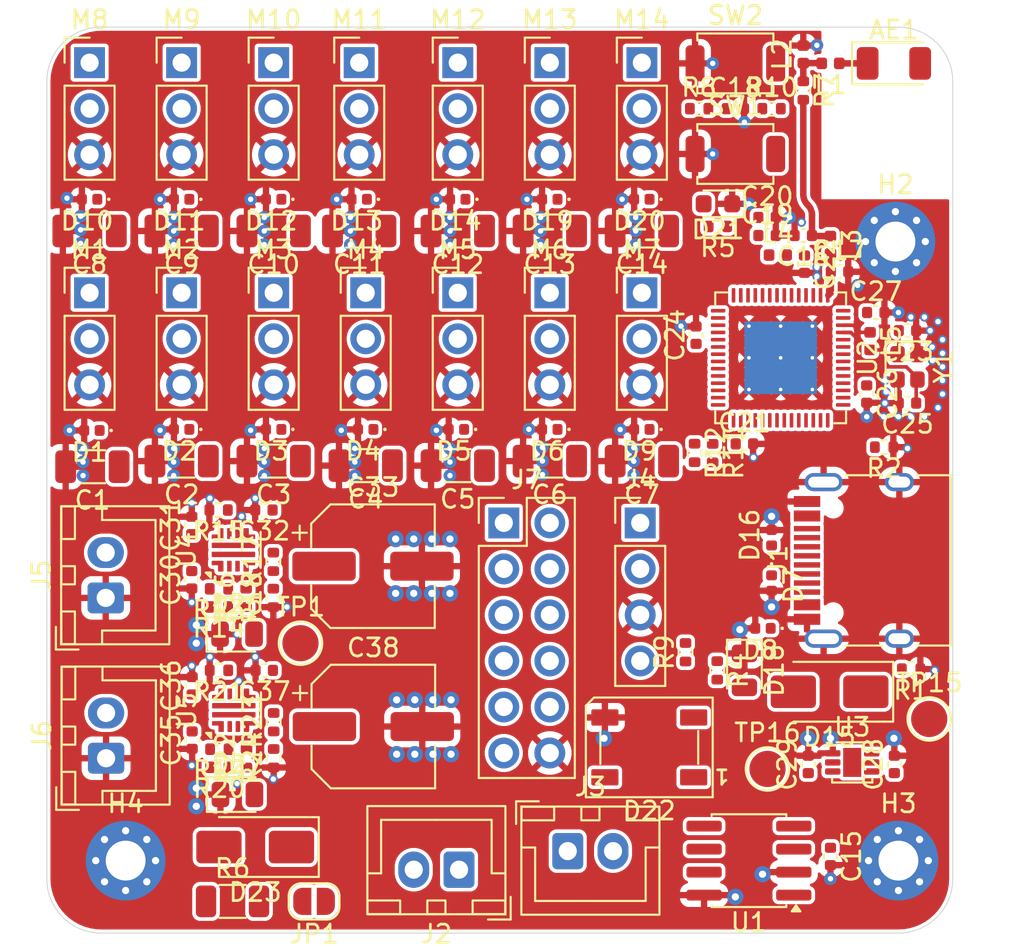
<source format=kicad_pcb>
(kicad_pcb (version 20241229) (generator "pcbnew") (generator_version "9.0")
  (layers (0 "F.Cu" signal) (4 "In1.Cu" signal) (6 "In2.Cu" signal) (2 "B.Cu" signal) (13 "F.Paste" user) (15 "B.Paste" user) (5 "F.SilkS" user "F.Silkscreen") (7 "B.SilkS" user "B.Silkscreen") (1 "F.Mask" user) (3 "B.Mask" user) (25 "Edge.Cuts" user))
  (net 0 "")
  (net 1 "/RF_ANT")
  (net 2 "GND")
  (net 3 "+3V3")
  (net 4 "/RF_TRANS")
  (net 5 "/RF_ESP")
  (net 6 "/CHIP_PU")
  (net 7 "/VDD_SPI")
  (net 8 "VDD3P3")
  (net 9 "/XTAL_PL")
  (net 10 "/XTAL_N")
  (net 11 "+5V_MCU")
  (net 12 "Net-(J5-Pin_2)")
  (net 13 "Net-(U4-ITIMER)")
  (net 14 "Net-(U4-DVDT)")
  (net 15 "Net-(J6-Pin_2)")
  (net 16 "Net-(U5-ITIMER)")
  (net 17 "Net-(U5-DVDT)")
  (net 18 "/D-")
  (net 19 "+Vbus")
  (net 20 "/D+")
  (net 21 "Net-(D18-A)")
  (net 22 "Net-(D21-A)")
  (net 23 "/RGB")
  (net 25 "/PG_B")
  (net 26 "/PG_A")
  (net 27 "Net-(J1-CC2)")
  (net 28 "Net-(J1-CC1)")
  (net 29 "/CANL")
  (net 30 "/CANH")
  (net 31 "/U0RXD")
  (net 32 "Net-(J4-Pin_4)")
  (net 33 "Net-(JP1-B)")
  (net 34 "Net-(L1-Pad2)")
  (net 35 "/XTAL_P")
  (net 36 "/SERVO1")
  (net 37 "/SERVO2")
  (net 38 "/SERVO3")
  (net 39 "/SERVO4")
  (net 40 "/SERVO5")
  (net 41 "/SERVO6")
  (net 42 "/SERVO7")
  (net 43 "/SERVO8")
  (net 44 "/SERVO9")
  (net 45 "/SERVO10")
  (net 46 "/SERVO11")
  (net 47 "/SERVO12")
  (net 48 "/SERVO13")
  (net 49 "/SERVO14")
  (net 50 "/U0TXD")
  (net 51 "/BOOT")
  (net 52 "/ESP_D+")
  (net 53 "/ESP_D-")
  (net 54 "Net-(U4-EN{slash}UVLO)")
  (net 55 "/ILM_B")
  (net 56 "Net-(U4-PGTH)")
  (net 57 "Net-(U5-EN{slash}UVLO)")
  (net 58 "/ILM_A")
  (net 59 "Net-(U5-PGTH)")
  (net 60 "/CAN_RX")
  (net 61 "/CAN_TX")
  (net 73 "+5V")
  (net 74 "/GPIO33")
  (net 75 "/GPIO41")
  (net 76 "/GPIO37")
  (net 77 "/GPIO40")
  (net 78 "/GPIO38")
  (net 79 "/GPIO34")
  (net 80 "/GPIO47")
  (net 81 "/GPIO36")
  (net 82 "/GPIO39")
  (net 83 "/GPIO48")
  (net 84 "/GPIO35")
  (footprint "Capacitor_SMD:C_0402_1005Metric" (layer "F.Cu") (at 127.25 104.77 -90)
    (property "Reference" "C15")
    (property "Value" "0u1")
  )
  (footprint "Connector_PinHeader_2.54mm:PinHeader_1x03_P2.54mm_Vertical" (layer "F.Cu") (at 101.241574 60.96)
    (property "Reference" "M11")
    (property "Value" "Motor_Servo")
  )
  (footprint "Capacitor_SMD:C_1206_3216Metric" (layer "F.Cu") (at 96.52 70.25 180)
    (property "Reference" "C10")
    (property "Value" "47u")
  )
  (footprint "Connector_PinHeader_2.54mm:PinHeader_2x06_P2.54mm_Vertical" (layer "F.Cu") (at 109.22 86.36)
    (property "Reference" "J7")
    (property "Value" "Conn_01x12")
  )
  (footprint "Capacitor_SMD:C_0402_1005Metric" (layer "F.Cu") (at 92 89.5 90)
    (property "Reference" "C30")
    (property "Value" "1u")
  )
  (footprint "Connector_JST:JST_XH_B2B-XH-A_1x02_P2.50mm_Vertical" (layer "F.Cu") (at 87.27 99.35 90)
    (property "Reference" "J6")
    (property "Value" "Conn_01x02")
  )
  (footprint "TestPoint:TestPoint_Pad_D2.0mm" (layer "F.Cu") (at 132.7 97.18)
    (property "Reference" "TP15")
    (property "Value" "TestPoint")
  )
  (footprint "GLCS:Diode_DFN1006" (layer "F.Cu") (at 123.525 92.18 180)
    (property "Reference" "D8")
    (property "Value" "H5VU10U")
  )
  (footprint "TestPoint:TestPoint_Pad_D2.0mm" (layer "F.Cu") (at 123.775 99.94)
    (property "Reference" "TP16")
    (property "Value" "TestPoint")
  )
  (footprint "LED_SMD:LED_0805_2012Metric" (layer "F.Cu") (at 122.5 94.5 -90)
    (property "Reference" "D18")
    (property "Value" "GREEN")
  )
  (footprint "Resistor_SMD:R_0402_1005Metric" (layer "F.Cu") (at 120 63.5)
    (property "Reference" "R8")
    (property "Value" "10k")
  )
  (footprint "Capacitor_SMD:C_0402_1005Metric" (layer "F.Cu") (at 119.83 76 90)
    (property "Reference" "C24")
    (property "Value" "0u1")
  )
  (footprint "Capacitor_SMD:C_0402_1005Metric" (layer "F.Cu") (at 126.025 99.69 90)
    (property "Reference" "C29")
    (property "Value" "4u7")
  )
  (footprint "Package_SO:SOIC-8_3.9x4.9mm_P1.27mm" (layer "F.Cu") (at 122.75 105 180)
    (property "Reference" "U1")
    (property "Value" "SN65HVD230")
  )
  (footprint "Capacitor_SMD:C_0402_1005Metric" (layer "F.Cu") (at 131.5 79.75 180)
    (property "Reference" "C25")
    (property "Value" "12p")
  )
  (footprint "GLCS:Diode_DFN1006" (layer "F.Cu") (at 106.68 68.5 180)
    (property "Reference" "D14")
    (property "Value" "H5VU10U")
  )
  (footprint "Crystal:Crystal_SMD_2016-4Pin_2.0x1.6mm" (layer "F.Cu") (at 131.5 77.75 -90)
    (property "Reference" "Y1")
    (property "Value" "48M")
  )
  (footprint "Resistor_SMD:R_0402_1005Metric" (layer "F.Cu") (at 93.5 91 180)
    (property "Reference" "R14")
    (property "Value" "2k")
  )
  (footprint "Capacitor_SMD:C_1206_3216Metric" (layer "F.Cu") (at 106.68 70.25 180)
    (property "Reference" "C12")
    (property "Value" "47u")
  )
  (footprint "Connector_PinHeader_2.54mm:PinHeader_1x03_P2.54mm_Vertical" (layer "F.Cu") (at 116.84 60.96)
    (property "Reference" "M14")
    (property "Value" "Motor_Servo")
  )
  (footprint "Connector_PinHeader_2.54mm:PinHeader_1x04_P2.54mm_Vertical" (layer "F.Cu") (at 116.75 86.36)
    (property "Reference" "J4")
    (property "Value" "Conn_01x04_Pin")
  )
  (footprint "Connector_PinHeader_2.54mm:PinHeader_1x03_P2.54mm_Vertical" (layer "F.Cu") (at 111.76 60.96)
    (property "Reference" "M13")
    (property "Value" "Motor_Servo")
  )
  (footprint "Capacitor_SMD:C_0402_1005Metric" (layer "F.Cu") (at 123.75 69.5)
    (property "Reference" "C20")
    (property "Value" "0u1")
  )
  (footprint "Capacitor_SMD:C_0402_1005Metric" (layer "F.Cu") (at 123.75 70.5)
    (property "Reference" "C19")
    (property "Value" "10u")
  )
  (footprint "Resistor_SMD:R_0402_1005Metric" (layer "F.Cu") (at 96.52 99.35 90)
    (property "Reference" "R24")
    (property "Value" "5k1")
  )
  (footprint "Resistor_SMD:R_0402_1005Metric" (layer "F.Cu") (at 119.75 82.5 -90)
    (property "Reference" "R12")
    (property "Value" "22")
  )
  (footprint "Capacitor_SMD:C_1206_3216Metric" (layer "F.Cu") (at 116.84 82.95 180)
    (property "Reference" "C7")
    (property "Value" "47u")
  )
  (footprint "Capacitor_SMD:C_0402_1005Metric" (layer "F.Cu") (at 130.775 99.69 90)
    (property "Reference" "C28")
    (property "Value" "1u")
  )
  (footprint "Capacitor_SMD:C_1206_3216Metric" (layer "F.Cu") (at 111.76 70.25 180)
    (property "Reference" "C13")
    (property "Value" "47u")
  )
  (footprint "Capacitor_SMD:C_0402_1005Metric" (layer "F.Cu") (at 122 63.5)
    (property "Reference" "C18")
    (property "Value" "1u")
  )
  (footprint "Connector_JST:JST_XH_B2B-XH-A_1x02_P2.50mm_Vertical" (layer "F.Cu") (at 87.25 90.5 90)
    (property "Reference" "J5")
    (property "Value" "Conn_01x02")
  )
  (footprint "Inductor_SMD:L_0402_1005Metric" (layer "F.Cu") (at 129.435 76.33 -90)
    (property "Reference" "L5")
    (property "Value" "24n")
  )
  (footprint "Resistor_SMD:R_0402_1005Metric" (layer "F.Cu") (at 125.75 62.5 -90)
    (property "Reference" "R7")
    (property "Value" "0")
  )
  (footprint "Resistor_SMD:R_0402_1005Metric" (layer "F.Cu") (at 131.7 94.43 180)
    (property "Reference" "R1")
    (property "Value" "5k1")
  )
  (footprint "Capacitor_SMD:C_0402_1005Metric" (layer "F.Cu") (at 127.75 72.5)
    (property "Reference" "C17")
    (property "Value" "1p2")
  )
  (footprint "Connector_JST:JST_XH_B2B-XH-A_1x02_P2.50mm_Vertical" (layer "F.Cu") (at 112.75 104.475)
    (property "Reference" "J3")
    (property "Value" "Conn_01x02")
  )
  (footprint "Capacitor_SMD:C_1206_3216Metric" (layer "F.Cu") (at 101.241574 70.25 180)
    (property "Reference" "C11")
    (property "Value" "47u")
  )
  (footprint "Capacitor_SMD:C_0402_1005Metric" (layer "F.Cu") (at 92.02 95.35 90)
    (property "Reference" "C36")
    (property "Value" "C")
  )
  (footprint "Resistor_SMD:R_0402_1005Metric" (layer "F.Cu") (at 124 63.5)
    (property "Reference" "R10")
    (property "Value" "10k")
  )
  (footprint "Connector_PinHeader_2.54mm:PinHeader_1x03_P2.54mm_Vertical" (layer "F.Cu") (at 86.36 60.96)
    (property "Reference" "M8")
    (property "Value" "Motor_Servo")
  )
  (footprint "Inductor_SMD:L_0402_1005Metric" (layer "F.Cu") (at 125.75 60.5 90)
    (property "Reference" "L2")
    (property "Value" "L")
  )
  (footprint "Connector_PinHeader_2.54mm:PinHeader_1x03_P2.54mm_Vertical" (layer "F.Cu") (at 111.76 73.66)
    (property "Reference" "M6")
    (property "Value" "Motor_Servo")
  )
  (footprint "Package_DFN_QFN:QFN-56-1EP_7x7mm_P0.4mm_EP4x4mm_ThermalVias" (layer "F.Cu") (at 124.5 77.25 -90)
    (property "Reference" "U2")
    (property "Value" "ESP32-S3FN8")
  )
  (footprint "Resistor_SMD:R_1206_3216Metric" (layer "F.Cu") (at 94.25 107.25)
    (property "Reference" "R6")
    (property "Value" "120")
  )
  (footprint "GLCS:Diode_DFN1006" (layer "F.Cu") (at 111.76 81.2 180)
    (property "Reference" "D6")
    (property "Value" "H5VU10U")
  )
  (footprint "GLCS:Diode_DFN1006" (layer "F.Cu") (at 96.52 68.5 180)
    (property "Reference" "D12")
    (property "Value" "H5VU10U")
  )
  (footprint "MountingHole:MountingHole_2.2mm_M2_Pad_Via" (layer "F.Cu") (at 131 105)
    (property "Reference" "H3")
    (property "Value" "MountingHole_Pad")
  )
  (footprint "Resistor_SMD:R_0402_1005Metric" (layer "F.Cu") (at 130.21 82.18 180)
    (property "Reference" "R2")
    (property "Value" "5k1")
  )
  (footprint "GLCS:Diode_DFN1006" (layer "F.Cu") (at 106.605 81.2 180)
    (property "Reference" "D5")
    (property "Value" "H5VU10U")
  )
  (footprint "Resistor_SMD:R_0402_1005Metric" (layer "F.Cu") (at 96.52 97.36 90)
    (property "Reference" "R23")
    (property "Value" "10k")
  )
  (footprint "Resistor_SMD:R_0402_1005Metric" (layer "F.Cu") (at 96.5 88.51 90)
    (property "Reference" "R17")
    (property "Value" "10k")
  )
  (footprint "Connector_PinHeader_2.54mm:PinHeader_1x03_P2.54mm_Vertical" (layer "F.Cu") (at 86.36 73.66)
    (property "Reference" "M1")
    (property "Value" "Motor_Servo")
  )
  (footprint "Capacitor_SMD:C_0402_1005Metric" (layer "F.Cu") (at 125.815 72.08 -90)
    (property "Reference" "C22")
    (property "Value" "0u1")
  )
  (footprint "MountingHole:MountingHole_2.2mm_M2_Pad_Via" (layer "F.Cu") (at 88.35 105)
    (property "Reference" "H4")
    (property "Value" "MountingHole_Pad")
  )
  (footprint "Connector_JST:JST_XH_B2B-XH-A_1x02_P2.50mm_Vertical" (layer "F.Cu") (at 106.75 105.5 180)
    (property "Reference" "J2")
    (property "Value" "Conn_01x02")
  )
  (footprint "GLCS:Diode_DFN1006" (layer "F.Cu") (at 96.52 81.2 180)
    (property "Reference" "D3")
    (property "Value" "H5VU10U")
  )
  (footprint "Capacitor_SMD:C_1206_3216Metric" (layer "F.Cu") (at 91.44 70.25 180)
    (property "Reference" "C9")
    (property "Value" "47u")
  )
  (footprint "Capacitor_SMD:C_1206_3216Metric" (layer "F.Cu") (at 91.44 82.95 180)
    (property "Reference" "C2")
    (property "Value" "47u")
  )
  (footprint "GLCS:Diode_DFN1006" (layer "F.Cu") (at 101.241574 68.5 180)
    (property "Reference" "D13")
    (property "Value" "H5VU10U")
  )
  (footprint "Capacitor_SMD:CP_Elec_6.3x7.7" (layer "F.Cu") (at 102 88.75)
    (property "Reference" "C33")
    (property "Value" "220u")
  )
  (footprint "Resistor_SMD:R_0402_1005Metric" (layer "F.Cu") (at 96.5 90.5 90)
    (property "Reference" "R18")
    (property "Value" "5k1")
  )
  (footprint "GLCS:Diode_DFN1006" (layer "F.Cu") (at 116.84 81.2 180)
    (property "Reference" "D9")
    (property "Value" "H5VU10U")
  )
  (footprint "Button_Switch_SMD:SW_SPST_TS-1088-xR020" (layer "F.Cu") (at 122 61)
    (property "Reference" "SW2")
    (property "Value" "SW_Push")
  )
  (footprint "Capacitor_SMD:CP_Elec_6.3x7.7" (layer "F.Cu") (at 102.02 97.6)
    (property "Reference" "C38")
    (property "Value" "220u")
  )
  (footprint "LED_SMD:LED_WS2812B_PLCC4_5.0x5.0mm_P3.2mm" (layer "F.Cu") (at 117.25 98.75 180)
    (property "Reference" "D22")
    (property "Value" "WS2812B")
  )
  (footprint "TestPoint:TestPoint_Pad_D2.0mm" (layer "F.Cu") (at 98 93)
    (property "Reference" "TP1")
    (property "Value" "TestPoint")
  )
  (footprint "Capacitor_SMD:C_1206_3216Metric" (layer "F.Cu") (at 101.6 83.2 180)
    (property "Reference" "C4")
    (property "Value" "47u")
  )
  (footprint "GLCS:Diode_DFN1006" (layer "F.Cu") (at 101.6 81.2 180)
    (property "Reference" "D4")
    (property "Value" "H5VU10U")
  )
  (footprint "Capacitor_SMD:C_0402_1005Metric" (layer "F.Cu") (at 129.75 74.75)
    (property "Reference" "C27")
    (property "Value" "1u")
  )
  (footprint "Capacitor_SMD:C_0402_1005Metric" (layer "F.Cu") (at 95.98 85.65 180)
    (property "Reference" "C32")
    (property "Value" "1n")
  )
  (footprint "GLCS:Diode_DFN1006" (layer "F.Cu") (at 111.76 68.5 180)
    (property "Reference" "D19")
    (property "Value" "H5VU10U")
  )
  (footprint "Diode_SMD:D_SMA" (layer "F.Cu") (at 95.5 104.25 180)
    (property "Reference" "D23")
    (property "Value" "D_Schottky")
  )
  (footprint "Capacitor_SMD:C_0402_1005Metric" (layer "F.Cu") (at 129.25 79.25 -90)
    (property "Reference" "C26")
    (property "Value" "0u1")
  )
  (footprint "Resistor_SMD:R_0402_1005Metric" (layer "F.Cu") (at 95 90.5 90)
    (property "Reference" "R16")
    (property "Value" "5k1")
  )
  (footprint "Resistor_SMD:R_0402_1005Metric" (layer "F.Cu") (at 93.5 90 180)
    (property "Reference" "R13")
    (property "Value" "5k1")
  )
  (footprint "Capacitor_SMD:C_0402_1005Metric" (layer "F.Cu") (at 92.02 98.35 90)
    (property "Reference" "C35")
    (property "Value" "1u")
  )
  (footprint "Capacitor_SMD:C_0402_1005Metric" (layer "F.Cu") (at 92 86.5 90)
    (property "Reference" "C31")
    (property "Value" "C")
  )
  (footprint "GLCS:DFN-6-1EP_2x2mm_P0.5mm_ST" (layer "F.Cu") (at 128.45 99.58)
    (property "Reference" "U3")
    (property "Value" "LDL212PV33R")
  )
  (footprint "Capacitor_SMD:C_0402_1005Metric" (layer "F.Cu") (at 122.5 82)
    (property "Reference" "C21")
    (property "Value" "1u")
  )
  (footprint "Resistor_SMD:R_0402_1005Metric" (layer "F.Cu") (at 121.0375 70 180)
    (property "Reference" "R5")
    (property "Value" "5k1")
  )
  (footprint "GLCS:Diode_DFN1006" (layer "F.Cu") (at 124 87.18 90)
    (property "Reference" "D16")
    (property "Value" "H5VU10U")
  )
  (footprint "Resistor_SMD:R_0402_1005Metric" (layer "F.Cu") (at 93.5 94.5 180)
    (property "Reference" "R21")
    (property "Value" "620")
  )
  (footprint "Capacitor_SMD:C_0402_1005Metric" (layer "F.Cu") (at 96 94.5 180)
    (property "Reference" "C37")
    (property "Value" "1n")
  )
  (footprint "Connector_PinHeader_2.54mm:PinHeader_1x03_P2.54mm_Vertical" (layer "F.Cu") (at 91.44 60.96)
    (property "Reference" "M9")
    (property "Value" "Motor_Servo")
  )
  (footprint "MountingHole:MountingHole_2.2mm_M2_Pad_Via" (layer "F.Cu") (at 130.833274 70.833274)
    (property "Reference" "H2")
    (property "Value" "MountingHole_Pad")
  )
  (footprint "Jumper:SolderJumper-2_P1.3mm_Open_RoundedPad1.0x1.5mm" (layer "F.Cu") (at 98.75 107.25 180)
    (property "Reference" "JP1")
    (property "Value" "Jumper_2_Small_Bridged")
  )
  (footprint "Inductor_SMD:L_0402_1005Metric" (layer "F.Cu") (at 127.25 61 180)
    (property "Reference" "L1")
    (property "Value" "6n8")
  )
  (footprint "Capacitor_SMD:C_1206_3216Metric" (layer "F.Cu") (at 86.36 70.25 180)
    (property "Reference" "C8")
    (property "Value" "47u")
  )
  (footprint "Resistor_SMD:R_0402_1005Metric" (layer "F.Cu") (at 120.75 82.51 -90)
    (property "Reference" "R11")
    (property "Value" "22")
  )
  (footprint "RF_Antenna:Johanson_2450AT18x100" (layer "F.Cu") (at 130.75 61)
    (property "Reference" "AE1")
    (property "Value" "Antenna")
  )
  (footprint "Capacitor_SMD:C_0402_1005Metric" (layer "F.Cu") (at 125.75 70.5 180)
    (property "Reference" "C16")
    (property "Value" "1p2")
  )
  (footprint "LED_SMD:LED_0805_2012Metric" (layer "F.Cu") (at 94.5 92.5)
    (property "Reference" "D26")
    (property "Value" "GREEN")
  )
  (footprint "Resistor_SMD:R_0402_1005Metric" (layer "F.Cu") (at 119.25 93.5 90)
    (property "Reference" "R9")
    (property "Value" "470")
  )
  (footprint "Diode_SMD:D_SMA" (layer "F.Cu") (at 127.2 95.68 180)
    (property "Reference" "D15")
    (property "Value" "D_Schottky")
  )
  (footprint "GLCS:Texas_RPW0010A_VQFN-HR-10_2x2mm_P0.5mm" (layer "F.Cu") (at 94.3 87.85 90)
    (property "Reference" "U4")
    (property "Value" "TPS259472A")
  )
  (footprint "Connector_PinHeader_2.54mm:PinHeader_1x03_P2.54mm_Vertical" (layer "F.Cu") (at 91.44 73.66)
    (property "Reference" "M2")
    (property "Value" "Motor_Servo")
  )
  (footprint "Connector_PinHeader_2.54mm:PinHeader_1x03_P2.54mm_Vertical" (layer "F.Cu") (at 106.68 60.96)
    (property "Reference" "M12")
    (property "Value" "Motor_Servo")
  )
  (footprint "Resistor_SMD:R_0402_1005Metric" (layer "F.Cu") (at 93.52 99.85 180)
    (property "Reference" "R20")
    (property "Value" "2k")
  )
  (footprint "Connector_PinHeader_2.54mm:PinHeader_1x03_P2.54mm_Vertical" (layer "F.Cu") (at 116.84 73.66)
    (property "Reference" "M7")
    (property "Value" "Motor_Servo")
  )
  (footprint "Resistor_SMD:R_0402_1005Metric" (layer "F.Cu") (at 93.52 98.85 180)
    (property "Reference" "R19")
    (property "Value" "5k1")
  )
  (footprint "Inductor_SMD:L_0402_1005Metric" (layer "F.Cu") (at 127.25 71.015 -90)
    (property "Reference" "L3")
    (property "Value" "2n7")
  )
  (footprint "GLCS:Diode_DFN1006" (layer "F.Cu") (at 116.84 68.5 180)
    (property "Reference" "D20")
    (property "Value" "H5VU10U")
  )
  (footprint "GLCS:Diode_DFN1006" (layer "F.Cu") (at 86.49 81.26 180)
    (property "Reference" "D1")
    (property "Value" "H5VU10U")
  )
  (footprint "GLCS:Diode_DFN1006" (layer "F.Cu") (at 91.44 68.5 180)
    (property "Reference" "D11")
    (property "Value" "H5VU10U")
  )
  (footprint "Connector_PinHeader_2.54mm:PinHeader_1x03_P2.54mm_Vertical" (layer "F.Cu") (at 96.52 60.96)
    (property "Reference" "M10")
    (property "Value" "Motor_Servo")
  )
  (footprint "Button_Switch_SMD:SW_SPST_TS-1088-xR020" (layer "F.Cu") (at 122 66)
    (property "Reference" "SW1")
    (property "Value" "SW_Push")
  )
  (footprint "Capacitor_SMD:C_1206_3216Metric" (layer "F.Cu") (at 96.52 82.95 180)
    (property "Reference" "C3")
    (property "Value" "47u")
  )
  (footprint "Resistor_SMD:R_0402_1005Metric" (layer "F.Cu") (at 121 94.5 -90)
    (property "Reference" "R4")
    (property "Value" "5k1")
  )
  (footprint "GLCS:Diode_DFN1006" (layer "F.Cu") (at 124 89.68 -90)
    (property "Reference" "D7")
    (property "Value" "H5VU10U")
  )
  (footprint "Inductor_SMD:L_0402_1005Metric" (layer "F.Cu") (at 124.345 71.58)
    (property "Reference" "L4")
    (property "Value" "2n7")
  )
  (footprint "GLCS:Diode_DFN1006" (layer "F.Cu") (at 91.44 81.2 180)
    (property "Reference" "D2")
    (property "Value" "H5VU10U")
  )
  (footprint "Capacitor_SMD:C_1206_3216Metric" (layer "F.Cu") (at 86.515 83.26 180)
    (property "Reference" "C1")
    (property "Value" "47u")
  )
  (footprint "Resistor_SMD:R_0402_1005Metric" (layer "F.Cu") (at 95.02 99.35 90)
    (property "Reference" "R22")
    (property "Value" "5k1")
  )
  (footprint "GLCS:Diode_DFN1006" (layer "F.Cu") (at 86.36 68.5 180)
    (property "Reference" "D10")
    (property "Value" "H5VU10U")
  )
  (footprint "Capacitor_SMD:C_1206_3216Metric" (layer "F.Cu") (at 111.76 82.95 180)
    (property "Reference" "C6")
    (property "Value" "47u")
  )
  (footprint "Connector_PinHeader_2.54mm:PinHeader_1x03_P2.54mm_Vertical" (layer "F.Cu") (at 106.68 73.66)
    (property "Reference" "M5")
    (property "Value" "Motor_Servo")
  )
  (footprint "Capacitor_SMD:C_1206_3216Metric" (layer "F.Cu") (at 106.68 83.2 180)
    (property "Reference" "C5")
    (property "Value" "47u")
  )
  (footprint "LED_SMD:LED_0805_2012Metric" (layer "F.Cu") (at 94.52 101.35)
    (property "Reference" "D27")
    (property "Value" "GREEN")
  )
  (footprint "GLCS:Texas_RPW0010A_VQFN-HR-10_2x2mm_P0.5mm" (layer "F.Cu") (at 94.32 96.7 90)
    (property "Reference" "U5")
    (property "Value" "TPS259472A")
  )
  (footprint "Resistor_SMD:R_0402_1005Metric" (layer "F.Cu") (at 93.48 85.65 180)
    (property "Reference" "R15")
    (property "Value" "620")
  )
  (footprint "Connector_PinHeader_2.54mm:PinHeader_1x03_P2.54mm_Vertical" (layer "F.Cu") (at 96.52 73.66)
    (property "Reference" "M3")
    (property "Value" "Motor_Servo")
  )
  (footprint "Capacitor_SMD:C_0402_1005Metric" (layer "F.Cu") (at 131.5 75.75 180)
    (property "Reference" "C23")
    (property "Value" "12p")
  )
  (footprint "Capacitor_SMD:C_1206_3216Metric" (layer "F.Cu") (at 116.84 70.25 180)
    (property "Reference" "C14")
    (property "Value" "47u")
  )
  (footprint "LED_SMD:LED_0603_1608Metric" (layer "F.Cu") (at 121.0375 68.75 180)
    (property "Reference" "D21")
    (property "Value" "WHITE")
  )
  (footprint "Connector_PinHeader_2.54mm:PinHeader_1x03_P2.54mm_Vertical" (layer "F.Cu") (at 101.6 73.66)
    (property "Reference" "M4")
    (property "Value" "Motor_Servo")
  )
  (footprint "Connector_USB:USB_C_Receptacle_HRO_TYPE-C-31-M-12" (layer "F.Cu") (at 130 88.43 90)
    (property "Reference" "J1")
    (property "Value" "USB_C_Receptacle_USB2.0_14P")
  )
  (gr_line (start 87 59) (end 131 59) (stroke (width 0.05)) (layer "Edge.Cuts"))
  (gr_line (start 131 109) (end 87 109) (stroke (width 0.05)) (layer "Edge.Cuts"))
  (gr_line (start 134 62) (end 134 106) (stroke (width 0.05)) (layer "Edge.Cuts"))
  (gr_arc (start 84 62) (mid 84.87868 59.87868) (end 87 59) (stroke (width 0.05)) (layer "Edge.Cuts"))
  (gr_arc (start 134 106) (mid 133.12132 108.12132) (end 131 109) (stroke (width 0.05)) (layer "Edge.Cuts"))
  (gr_arc (start 87 109) (mid 84.87868 108.12132) (end 84 106) (stroke (width 0.05)) (layer "Edge.Cuts"))
  (gr_line (start 84 106) (end 84 62) (stroke (width 0.05)) (layer "Edge.Cuts"))
  (gr_arc (start 131 59) (mid 133.12132 59.87868) (end 134 62) (stroke (width 0.05)) (layer "Edge.Cuts"))
  (segment (start 127.735 61) (end 129.3 61) (width 0.359) (layer "F.Cu") (net 1))
  (via (at 106.25 90.25) (size 0.9) (drill 0.4) (layers "F.Cu" "B.Cu") (net 2))
  (via (at 100.75 70.25) (size 0.7) (drill 0.3) (layers "F.Cu" "B.Cu") (net 2))
  (via (at 116.39426 82.95756) (size 0.7) (drill 0.3) (layers "F.Cu" "B.Cu") (net 2))
  (via (at 120.75 66) (size 0.7) (drill 0.3) (layers "F.Cu" "B.Cu") (net 2))
  (via (at 124 91) (size 0.9) (drill 0.4) (layers "F.Cu" "B.Cu") (net 2))
  (via (at 133.435 79.25) (size 0.5) (drill 0.3) (layers "F.Cu" "B.Cu") (net 2))
  (via (at 91 70.25) (size 0.7) (drill 0.3) (layers "F.Cu" "B.Cu") (net 2))
  (via (at 126 98.25) (size 0.9) (drill 0.4) (layers "F.Cu" "B.Cu") (net 2))
  (via (at 131 74.75) (size 0.7) (drill 0.3) (layers "F.Cu" "B.Cu") (net 2))
  (via (at 85.25 81.25) (size 0.7) (drill 0.3) (layers "F.Cu" "B.Cu") (net 2))
  (via (at 95.5 85) (size 0.5) (drill 0.3) (layers "F.Cu" "B.Cu") (net 2))
  (via (at 100.75 71) (size 0.7) (drill 0.3) (layers "F.Cu" "B.Cu") (net 2))
  (via (at 95.25 68.5) (size 0.7) (drill 0.3) (layers "F.Cu" "B.Cu") (net 2))
  (via (at 130.25 79.75) (size 0.5) (drill 0.3) (layers "F.Cu" "B.Cu") (net 2))
  (via (at 119 75.5) (size 0.7) (drill 0.3) (layers "F.Cu" "B.Cu") (net 2))
  (via (at 95.5 93.75) (size 0.5) (drill 0.3) (layers "F.Cu" "B.Cu") (net 2))
  (via (at 95.25 81.25) (size 0.7) (drill 0.3) (layers "F.Cu" "B.Cu") (net 2))
  (via (at 92.25 101) (size 0.9) (drill 0.4) (layers "F.Cu" "B.Cu") (net 2))
  (via (at 97.25 91) (size 0.5) (drill 0.3) (layers "F.Cu" "B.Cu") (net 2))
  (via (at 116.5 71) (size 0.7) (drill 0.3) (layers "F.Cu" "B.Cu") (net 2))
  (via (at 92.25 102) (size 0.9) (drill 0.4) (layers "F.Cu" "B.Cu") (net 2))
  (via (at 90.25 68.5) (size 0.7) (drill 0.3) (layers "F.Cu" "B.Cu") (net 2))
  (via (at 114.75 98.25) (size 0.9) (drill 0.4) (layers "F.Cu" "B.Cu") (net 2))
  (via (at 133.435 78.5) (size 0.5) (drill 0.3) (layers "F.Cu" "B.Cu") (net 2))
  (via (at 131.685 80.5) (size 0.5) (drill 0.3) (layers "F.Cu" "B.Cu") (net 2))
  (via (at 132.75 75.75) (size 0.5) (drill 0.3) (layers "F.Cu" "B.Cu") (net 2))
  (via (at 122.25 92.25) (size 0.9) (drill 0.4) (layers "F.Cu" "B.Cu") (net 2))
  (via (at 123 82.75) (size 0.5) (drill 0.3) (layers "F.Cu" "B.Cu") (net 2))
  (via (at 91 83.75) (size 0.7) (drill 0.3) (layers "F.Cu" "B.Cu") (net 2))
  (via (at 101 82.25) (size 0.7) (drill 0.3) (layers "F.Cu" "B.Cu") (net 2))
  (via (at 85.863714 70.18727) (size 0.7) (drill 0.3) (layers "F.Cu" "B.Cu") (net 2))
  (via (at 110.604017 81.194991) (size 0.7) (drill 0.3) (layers "F.Cu" "B.Cu") (net 2))
  (via (at 94.5 92.5) (size 0.5) (drill 0.3) (layers "F.Cu" "B.Cu") (net 2))
  (via (at 105.5 81.25) (size 0.7) (drill 0.3) (layers "F.Cu" "B.Cu") (net 2))
  (via (at 133.185 80) (size 0.5) (drill 0.3) (layers "F.Cu" "B.Cu") (net 2))
  (via (at 111.354017 82.194991) (size 0.7) (drill 0.3) (layers "F.Cu" "B.Cu") (net 2))
  (via (at 116.39426 82.20756) (size 0.7) (drill 0.3) (layers "F.Cu" "B.Cu") (net 2))
  (via (at 85.863714 69.43727) (size 0.7) (drill 0.3) (layers "F.Cu" "B.Cu") (net 2))
  (via (at 115.64426 81.20756) (size 0.7) (drill 0.3) (layers "F.Cu" "B.Cu") (net 2))
  (via (at 105.25 90.25) (size 0.9) (drill 0.4) (layers "F.Cu" "B.Cu") (net 2))
  (via (at 96 83.75) (size 0.7) (drill 0.3) (layers "F.Cu" "B.Cu") (net 2))
  (via (at 124 86) (size 0.9) (drill 0.4) (layers "F.Cu" "B.Cu") (net 2))
  (via (at 106.25 71) (size 0.7) (drill 0.3) (layers "F.Cu" "B.Cu") (net 2))
  (via (at 103.30863 96.126985) (size 0.9) (drill 0.4) (layers "F.Cu" "B.Cu") (net 2))
  (via (at 132.435 80.5) (size 0.5) (drill 0.3) (layers "F.Cu" "B.Cu") (net 2))
  (via (at 94.75 86) (size 0.5) (drill 0.3) (layers "F.Cu" "B.Cu") (net 2))
  (via (at 105.30863 96.126985) (size 0.9) (drill 0.4) (layers "F.Cu" "B.Cu") (net 2))
  (via (at 106.25 69.5) (size 0.7) (drill 0.3) (layers "F.Cu" "B.Cu") (net 2))
  (via (at 132.435 75) (size 0.5) (drill 0.3) (layers "F.Cu" "B.Cu") (net 2))
  (via (at 104.25 87.25) (size 0.9) (drill 0.4) (layers "F.Cu" "B.Cu") (net 2))
  (via (at 115.75 68.5) (size 0.7) (drill 0.3) (layers "F.Cu" "B.Cu") (net 2))
  (via (at 92 85.25) (size 0.5) (drill 0.3) (layers "F.Cu" "B.Cu") (net 2))
  (via (at 104.30863 96.126985) (size 0.9) (drill 0.4) (layers "F.Cu" "B.Cu") (net 2))
  (via (at 111.354017 82.944991) (size 0.7) (drill 0.3) (layers "F.Cu" "B.Cu") (net 2))
  (via (at 120.75 61) (size 0.7) (drill 0.3) (layers "F.Cu" "B.Cu") (net 2))
  (via (at 96 82.25) (size 0.7) (drill 0.3) (layers "F.Cu" "B.Cu") (net 2))
  (via (at 91 71) (size 0.7) (drill 0.3) (layers "F.Cu" "B.Cu") (net 2))
  (via (at 96 70.25) (size 0.7) (drill 0.3) (layers "F.Cu" "B.Cu") (net 2))
  (via (at 130.25 78.5) (size 0.5) (drill 0.3) (layers "F.Cu" "B.Cu") (net 2))
  (via (at 132.860064 76.657945) (size 0.5) (drill 0.3) (layers "F.Cu" "B.Cu") (net 2))
  (via (at 116.5 70.25) (size 0.7) (drill 0.3) (layers "F.Cu" "B.Cu") (net 2))
  (via (at 106.25 83) (size 0.7) (drill 0.3) (layers "F.Cu" "B.Cu") (net 2))
  (via (at 86 82.25) (size 0.7) (drill 0.3) (layers "F.Cu" "B.Cu") (net 2))
  (via (at 96 71) (size 0.7) (drill 0.3) (layers "F.Cu" "B.Cu") (net 2))
  (via (at 127.25 106) (size 0.7) (drill 0.3) (layers "F.Cu" "B.Cu") (net 2))
  (via (at 104.25 90.25) (size 0.9) (drill 0.4) (layers "F.Cu" "B.Cu") (net 2))
  (via (at 126.5 72.25) (size 0.5) (drill 0.3) (layers "F.Cu" "B.Cu") (net 2))
  (via (at 91 83) (size 0.7) (drill 0.3) (layers "F.Cu" "B.Cu") (net 2))
  (via (at 105.30863 99.126985) (size 0.9) (drill 0.4) (layers "F.Cu" "B.Cu") (net 2))
  (via (at 101 83) (size 0.7) (drill 0.3) (layers "F.Cu" "B.Cu") (net 2))
  (via (at 106.30863 96.126985) (size 0.9) (drill 0.4) (layers "F.Cu" "B.Cu") (net 2))
  (via (at 85.113714 68.43727) (size 0.7) (drill 0.3) (layers "F.Cu" "B.Cu") (net 2))
  (via (at 122 107) (size 0.9) (drill 0.4) (layers "F.Cu" "B.Cu") (net 2))
  (via (at 94.5 100.75) (size 0.5) (drill 0.3) (layers "F.Cu" "B.Cu") (net 2))
  (via (at 131 80.5) (size 0.5) (drill 0.3) (layers "F.Cu" "B.Cu") (net 2))
  (via (at 86 83.75) (size 0.7) (drill 0.3) (layers "F.Cu" "B.Cu") (net 2))
  (via (at 93 93.75) (size 0.5) (drill 0.3) (layers "F.Cu" "B.Cu") (net 2))
  (via (at 92.25 92) (size 0.9) (drill 0.4) (layers "F.Cu" "B.Cu") (net 2))
  (via (at 106.30863 99.126985) (size 0.9) (drill 0.4) (layers "F.Cu" "B.Cu") (net 2))
  (via (at 110.5 68.5) (size 0.7) (drill 0.3) (layers "F.Cu" "B.Cu") (net 2))
  (via (at 122.75 68.75) (size 0.7) (drill 0.3) (layers "F.Cu" "B.Cu") (net 2))
  (via (at 91 69.5) (size 0.7) (drill 0.3) (layers "F.Cu" "B.Cu") (net 2))
  (via (at 126.5 60) (size 0.7) (drill 0.3) (layers "F.Cu" "B.Cu") (net 2))
  (via (at 116.39426 83.70756) (size 0.7) (drill 0.3) (layers "F.Cu" "B.Cu") (net 2))
  (via (at 126.5 72.75) (size 0.5) (drill 0.3) (layers "F.Cu" "B.Cu") (net 2))
  (via (at 101 83.75) (size 0.7) (drill 0.3) (layers "F.Cu" "B.Cu") (net 2))
  (via (at 105.25 87.25) (size 0.9) (drill 0.4) (layers "F.Cu" "B.Cu") (net 2))
  (via (at 106.25 82.25) (size 0.7) (drill 0.3) (layers "F.Cu" "B.Cu") (net 2))
  (via (at 94.595355 95.084222) (size 0.5) (drill 0.3) (layers "F.Cu" "B.Cu") (net 2))
  (via (at 104.30863 99.126985) (size 0.9) (drill 0.4) (layers "F.Cu" "B.Cu") (net 2))
  (via (at 133.435 77) (size 0.5) (drill 0.3) (layers "F.Cu" "B.Cu") (net 2))
  (via (at 106.25 87.25) (size 0.9) (drill 0.4) (layers "F.Cu" "B.Cu") (net 2))
  (via (at 96 69.5) (size 0.7) (drill 0.3) (layers "F.Cu" "B.Cu") (net 2))
  (via (at 131.685 75) (size 0.5) (drill 0.3) (layers "F.Cu" "B.Cu") (net 2))
  (via (at 111.25 70.25) (size 0.7) (drill 0.3) (layers "F.Cu" "B.Cu") (net 2))
  (via (at 91 82.25) (size 0.7) (drill 0.3) (layers "F.Cu" "B.Cu") (net 2))
  (via (at 96 83) (size 0.7) (drill 0.3) (layers "F.Cu" "B.Cu") (net 2))
  (via (at 133.435 77.75) (size 0.5) (drill 0.3) (layers "F.Cu" "B.Cu") (net 2))
  (via (at 130.319366 79.131136) (size 0.5) (drill 0.3) (layers "F.Cu" "B.Cu") (net 2))
  (via (at 92 90.75) (size 0.5) (drill 0.3) (layers "F.Cu" "B.Cu") (net 2))
  (via (at 90.25 81.25) (size 0.7) (drill 0.3) (layers "F.Cu" "B.Cu") (net 2))
  (via (at 130.75 98.25) (size 0.9) (drill 0.4) (layers "F.Cu" "B.Cu") (net 2))
  (via (at 92 94.25) (size 0.5) (drill 0.3) (layers "F.Cu" "B.Cu") (net 2))
  (via (at 111.25 69.5) (size 0.7) (drill 0.3) (layers "F.Cu" "B.Cu") (net 2))
  (via (at 125 69.5) (size 0.7) (drill 0.3) (layers "F.Cu" "B.Cu") (net 2))
  (via (at 103.25 90.25) (size 0.9) (drill 0.4) (layers "F.Cu" "B.Cu") (net 2))
  (via (at 122.5 64.25) (size 0.7) (drill 0.3) (layers "F.Cu" "B.Cu") (net 2))
  (via (at 132.878475 77.400516) (size 0.5) (drill 0.3) (layers "F.Cu" "B.Cu") (net 2))
  (via (at 123.5 105.75) (size 0.9) (drill 0.4) (layers "F.Cu" "B.Cu") (net 2))
  (via (at 92.25 93) (size 0.9) (drill 0.4) (layers "F.Cu" "B.Cu") (net 2))
  (via (at 100.75 69.5) (size 0.7) (drill 0.3) (layers "F.Cu" "B.Cu") (net 2))
  (via (at 105.5 68.5) (size 0.7) (drill 0.3) (layers "F.Cu" "B.Cu") (net 2))
  (via (at 106.25 70.25) (size 0.7) (drill 0.3) (layers "F.Cu" "B.Cu") (net 2))
  (via (at 111.354017 83.694991) (size 0.7) (drill 0.3) (layers "F.Cu" "B.Cu") (net 2))
  (via (at 133.185 75.25) (size 0.5) (drill 0.3) (layers "F.Cu" "B.Cu") (net 2))
  (via (at 92 99.75) (size 0.5) (drill 0.3) (layers "F.Cu" "B.Cu") (net 2))
  (via (at 127.25 98.25) (size 0.9) (drill 0.4) (layers "F.Cu" "B.Cu") (net 2))
  (via (at 133.435 76.25) (size 0.5) (drill 0.3) (layers "F.Cu" "B.Cu") (net 2))
  (via (at 100 68.5) (size 0.7) (drill 0.3) (layers "F.Cu" "B.Cu") (net 2))
  (via (at 103.30863 99.126985) (size 0.9) (drill 0.4) (layers "F.Cu" "B.Cu") (net 2))
  (via (at 93 85) (size 0.5) (drill 0.3) (layers "F.Cu" "B.Cu") (net 2))
  (via (at 133 94.5) (size 0.5) (drill 0.3) (layers "F.Cu" "B.Cu") (net 2))
  (via (at 86 83) (size 0.7) (drill 0.3) (layers "F.Cu" "B.Cu") (net 2))
  (via (at 111.25 71) (size 0.7) (drill 0.3) (layers "F.Cu" "B.Cu") (net 2))
  (via (at 96.5 100.5) (size 0.5) (drill 0.3) (layers "F.Cu" "B.Cu") (net 2))
  (via (at 130.185 80.5) (size 0.5) (drill 0.3) (layers "F.Cu" "B.Cu") (net 2))
  (via (at 131.5 82.25) (size 0.5) (drill 0.3) (layers "F.Cu" "B.Cu") (net 2))
  (via (at 103.25 87.25) (size 0.9) (drill 0.4) (layers "F.Cu" "B.Cu") (net 2))
  (via (at 128.75 73.25) (size 0.7) (drill 0.3) (layers "F.Cu" "B.Cu") (net 2))
  (via (at 85.863714 70.93727) (size 0.7) (drill 0.3) (layers "F.Cu" "B.Cu") (net 2))
  (via (at 106.25 83.75) (size 0.7) (drill 0.3) (layers "F.Cu" "B.Cu") (net 2))
  (via (at 116.5 69.5) (size 0.7) (drill 0.3) (layers "F.Cu" "B.Cu") (net 2))
  (via (at 129.25 80.5) (size 0.7) (drill 0.3) (layers "F.Cu" "B.Cu") (net 2))
  (via (at 125.647106 69.772616) (size 0.5) (drill 0.3) (layers "F.Cu" "B.Cu") (net 2))
  (via (at 100.25 81.25) (size 0.7) (drill 0.3) (layers "F.Cu" "B.Cu") (net 2))
  (segment (start 126.23 70.5) (end 126.23 69.376371) (width 0.359) (layer "F.Cu") (net 4))
  (segment (start 126.26 70.53) (end 126.23 70.5) (width 0.359) (layer "F.Cu") (net 4))
  (segment (start 125.995685 68.810685) (end 125.984314 68.799314) (width 0.359) (layer "F.Cu") (net 4))
  (segment (start 127.25 70.53) (end 126.26 70.53) (width 0.359) (layer "F.Cu") (net 4))
  (segment (start 125.75 68.233629) (end 125.75 63.01) (width 0.359) (layer "F.Cu") (net 4))
  (arc (start 125.984314 68.799314) (mid 125.810896 68.539775) (end 125.75 68.233629) (width 0.359) (layer "F.Cu") (net 4))
  (arc (start 126.23 69.376371) (mid 126.169103 69.070224) (end 125.995685 68.810685) (width 0.359) (layer "F.Cu") (net 4))
  (segment (start 127.27 73.6605) (end 127.1305 73.8) (width 0.359) (layer "F.Cu") (net 5))
  (segment (start 127.27 71.52) (end 127.25 71.5) (width 0.359) (layer "F.Cu") (net 5))
  (segment (start 127.27 72.5) (end 127.27 71.52) (width 0.359) (layer "F.Cu") (net 5))
  (segment (start 127.27 72.5) (end 127.27 73.6605) (width 0.359) (layer "F.Cu") (net 5))
  (segment (start 130.235 77.05) (end 130.95 77.05) (width 0.2) (layer "F.Cu") (net 9))
  (segment (start 131.02 76.98) (end 130.95 77.05) (width 0.2) (layer "F.Cu") (net 9))
  (segment (start 131.02 75.75) (end 131.02 76.98) (width 0.2) (layer "F.Cu") (net 9))
  (segment (start 130 76.815) (end 130.235 77.05) (width 0.2) (layer "F.Cu") (net 9))
  (segment (start 129.435 76.815) (end 130 76.815) (width 0.2) (layer "F.Cu") (net 9))
  (segment (start 131.98 78.52) (end 132.05 78.45) (width 0.2) (layer "F.Cu") (net 10))
  (segment (start 128.377064 75.85) (end 127.95 75.85) (width 0.2) (layer "F.Cu") (net 10))
  (segment (start 131.435 77.75) (end 129.185 77.75) (width 0.2) (layer "F.Cu") (net 10))
  (segment (start 131.98 79.75) (end 131.98 78.52) (width 0.2) (layer "F.Cu") (net 10))
  (segment (start 128.864 76.336936) (end 128.377064 75.85) (width 0.2) (layer "F.Cu") (net 10))
  (segment (start 132.05 78.45) (end 132.05 78.365) (width 0.2) (layer "F.Cu") (net 10))
  (segment (start 132.05 78.365) (end 131.435 77.75) (width 0.2) (layer "F.Cu") (net 10))
  (segment (start 129.185 77.75) (end 128.864 77.429) (width 0.2) (layer "F.Cu") (net 10))
  (segment (start 128.864 77.429) (end 128.864 76.336936) (width 0.2) (layer "F.Cu") (net 10))
  (segment (start 126.75 60.985) (end 126.765 61) (width 0.359) (layer "F.Cu") (net 34))
  (segment (start 125.75 61.99) (end 125.75 60.985) (width 0.359) (layer "F.Cu") (net 34))
  (segment (start 125.75 60.985) (end 126.75 60.985) (width 0.359) (layer "F.Cu") (net 34))
  (segment (start 127.95 75.45) (end 128.51 75.45) (width 0.2) (layer "F.Cu") (net 35))
  (segment (start 128.51 75.45) (end 128.905 75.845) (width 0.2) (layer "F.Cu") (net 35))
  (segment (start 128.905 75.845) (end 129.435 75.845) (width 0.2) (layer "F.Cu") (net 35))
  (zone (net 2) (net_name "GND") (layer "F.Cu") (connect_pads (clearance 0.2)) (min_thickness 0.15) (fill yes (thermal_gap 0.35) (thermal_bridge_width 0.35))
    (polygon (pts (xy 83.935 59.065) (xy 83.935 109) (xy 134 109) (xy 134 59) (xy 84 59)))
  )
  (zone (net 0) (net_name "") (layer "F.Cu") (connect_pads (clearance 0)) (min_thickness 0.25)
    (keepout (tracks allowed) (vias allowed) (pads allowed) (copperpour not_allowed) (footprints allowed))
    (fill (thermal_gap 0.5) (thermal_bridge_width 0.5))
    (polygon (pts (xy 132.435 80.25) (xy 130.685 80.25) (xy 129.935 79.5) (xy 129.935 78.25) (xy 129.435 77.75) (xy 129.435 75.75) (xy 129.935 75.25) (xy 132.685 75.25) (xy 133.185 75.75) (xy 133.185 79.5)))
  )
  (zone (net 0) (net_name "") (layers "F.Cu" "B.Cu" "In1.Cu" "In2.Cu") (connect_pads (clearance 0)) (min_thickness 0.25)
    (keepout (tracks allowed) (vias allowed) (pads allowed) (copperpour not_allowed) (footprints allowed))
    (fill (thermal_gap 0.5) (thermal_bridge_width 0.5))
    (polygon (pts (xy 134 59) (xy 134 68.5) (xy 126.75 68.5) (xy 126.75 59)))
  )
)
</source>
